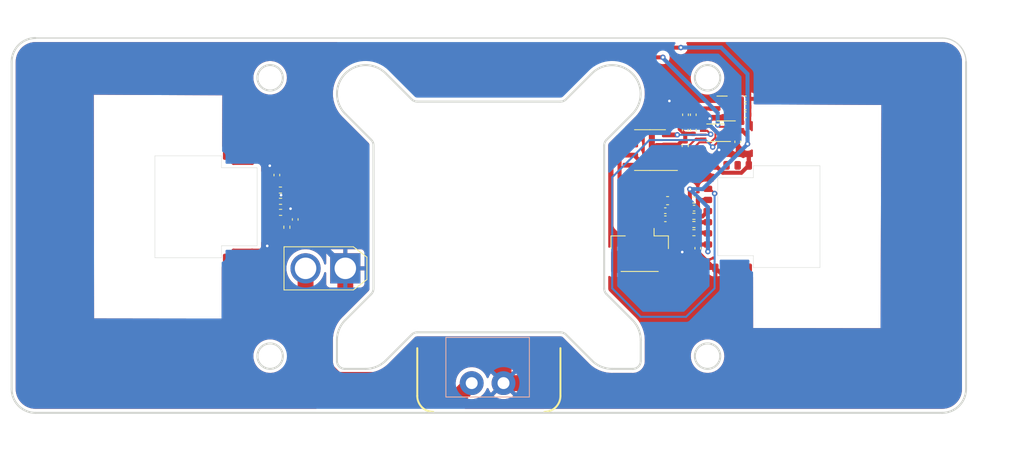
<source format=kicad_pcb>
(kicad_pcb (version 20211014) (generator pcbnew)
  (layers (0 "F.Cu" signal) (31 "B.Cu" signal) (34 "B.Paste" user) (35 "F.Paste" user) (36 "B.SilkS" user "B.Silkscreen") (37 "F.SilkS" user "F.Silkscreen") (38 "B.Mask" user) (39 "F.Mask" user) (44 "Edge.Cuts" user))
  (net 0 "")
  (net 1 "GND")
  (net 2 "+1V8")
  (net 3 "Net-(C2-Pad1)")
  (net 4 "CANFD_L")
  (net 5 "Net-(C7-Pad1)")
  (net 6 "+24V")
  (net 7 "CANFD_H")
  (net 8 "+5V")
  (net 9 "Net-(C17-Pad1)")
  (net 10 "Net-(R1-Pad2)")
  (net 11 "Net-(R2-Pad1)")
  (net 12 "Net-(R4-Pad1)")
  (net 13 "Net-(R6-Pad2)")
  (net 14 "Net-(R7-Pad1)")
  (net 15 "Net-(R8-Pad2)")
  (net 16 "Net-(R12-Pad1)")
  (net 19 "RX_1V8")
  (net 22 "CANFD_TX")
  (net 23 "CANFD_RX")
  (net 28 "TX_1V8")
  (footprint "Capacitor_SMD:C_0402_1005Metric" (layer "F.Cu") (at 127.32 42.75 90)
    (fp_text reference "C23" hide)
    (fp_text value "10uf/50V/0402" hide)
    (fp_line (start -0.107836 0.36) (end 0.107836 0.36) (layer "F.SilkS") (width 0.12))
    (fp_line (start -0.107836 -0.36) (end 0.107836 -0.36) (layer "F.SilkS") (width 0.12))
    (pad "1" smd roundrect (at -0.48 0 90) (size 0.56 0.62) (layers "F.Cu" "F.Paste" "F.Mask") (net 8 "+5V"))
    (pad "2" smd roundrect (at 0.48 0 90) (size 0.56 0.62) (layers "F.Cu" "F.Paste" "F.Mask") (net 1 "GND"))
  )
  (footprint "Resistor_SMD:R_0402_1005Metric" (layer "F.Cu") (at 126.31 44.69 90)
    (fp_text reference "R12" hide)
    (fp_text value "1k/0402" hide)
    (fp_line (start -0.153641 0.38) (end 0.153641 0.38) (layer "F.SilkS") (width 0.12))
    (fp_line (start -0.153641 -0.38) (end 0.153641 -0.38) (layer "F.SilkS") (width 0.12))
    (pad "1" smd roundrect (at -0.51 0 90) (size 0.54 0.64) (layers "F.Cu" "F.Paste" "F.Mask") (net 16 "Net-(R12-Pad1)"))
    (pad "2" smd roundrect (at 0.51 0 90) (size 0.54 0.64) (layers "F.Cu" "F.Paste" "F.Mask") (net 8 "+5V"))
  )
  (footprint "Resistor_SMD:R_0402_1005Metric" (layer "F.Cu") (at 76.22 54.97 -90)
    (fp_text reference "R3" hide)
    (fp_text value "1k/0402" hide)
    (fp_line (start -0.153641 -0.38) (end 0.153641 -0.38) (layer "F.SilkS") (width 0.12))
    (fp_line (start -0.153641 0.38) (end 0.153641 0.38) (layer "F.SilkS") (width 0.12))
    (pad "1" smd roundrect (at -0.51 0 270) (size 0.54 0.64) (layers "F.Cu" "F.Paste" "F.Mask") (net 3 "Net-(C2-Pad1)"))
    (pad "2" smd roundrect (at 0.51 0 270) (size 0.54 0.64) (layers "F.Cu" "F.Paste" "F.Mask") (net 2 "+1V8"))
  )
  (footprint "Package_SO:SOIC-8_3.9x4.9mm_P1.27mm" (layer "F.Cu") (at 121.88 45.27 180)
    (fp_text reference "U2" hide)
    (fp_text value "TJA1042T" hide)
    (fp_line (start 0 2.56) (end -1.95 2.56) (layer "F.SilkS") (width 0.12))
    (fp_line (start 0 -2.56) (end 1.95 -2.56) (layer "F.SilkS") (width 0.12))
    (fp_line (start 0 2.56) (end 1.95 2.56) (layer "F.SilkS") (width 0.12))
    (fp_line (start 0 -2.56) (end -3.45 -2.56) (layer "F.SilkS") (width 0.12))
    (pad "1" smd roundrect (at -2.475 -1.905 180) (size 1.95 0.6) (layers "F.Cu" "F.Paste" "F.Mask") (net 22 "CANFD_TX"))
    (pad "2" smd roundrect (at -2.475 -0.635 180) (size 1.95 0.6) (layers "F.Cu" "F.Paste" "F.Mask") (net 1 "GND"))
    (pad "3" smd roundrect (at -2.475 0.635 180) (size 1.95 0.6) (layers "F.Cu" "F.Paste" "F.Mask") (net 8 "+5V"))
    (pad "4" smd roundrect (at -2.475 1.905 180) (size 1.95 0.6) (layers "F.Cu" "F.Paste" "F.Mask") (net 23 "CANFD_RX"))
    (pad "5" smd roundrect (at 2.475 1.905 180) (size 1.95 0.6) (layers "F.Cu" "F.Paste" "F.Mask"))
    (pad "6" smd roundrect (at 2.475 0.635 180) (size 1.95 0.6) (layers "F.Cu" "F.Paste" "F.Mask") (net 4 "CANFD_L"))
    (pad "7" smd roundrect (at 2.475 -0.635 180) (size 1.95 0.6) (layers "F.Cu" "F.Paste" "F.Mask") (net 7 "CANFD_H"))
    (pad "8" smd roundrect (at 2.475 -1.905 180) (size 1.95 0.6) (layers "F.Cu" "F.Paste" "F.Mask"))
  )
  (footprint "Resistor_SMD:R_0402_1005Metric" (layer "F.Cu") (at 75.43 53.1)
    (fp_text reference "R2" hide)
    (fp_text value "1k/0402" hide)
    (fp_line (start -0.153641 -0.38) (end 0.153641 -0.38) (layer "F.SilkS") (width 0.12))
    (fp_line (start -0.153641 0.38) (end 0.153641 0.38) (layer "F.SilkS") (width 0.12))
    (pad "1" smd roundrect (at -0.51 0) (size 0.54 0.64) (layers "F.Cu" "F.Paste" "F.Mask") (net 11 "Net-(R2-Pad1)"))
    (pad "2" smd roundrect (at 0.51 0) (size 0.54 0.64) (layers "F.Cu" "F.Paste" "F.Mask") (net 1 "GND"))
  )
  (footprint "Capacitor_SMD:C_0402_1005Metric" (layer "F.Cu") (at 127.32 40.83 -90)
    (fp_text reference "C14" hide)
    (fp_text value "10uf/50V/0402" hide)
    (fp_line (start -0.107836 0.36) (end 0.107836 0.36) (layer "F.SilkS") (width 0.12))
    (fp_line (start -0.107836 -0.36) (end 0.107836 -0.36) (layer "F.SilkS") (width 0.12))
    (pad "1" smd roundrect (at -0.48 0 270) (size 0.56 0.62) (layers "F.Cu" "F.Paste" "F.Mask") (net 8 "+5V"))
    (pad "2" smd roundrect (at 0.48 0 270) (size 0.56 0.62) (layers "F.Cu" "F.Paste" "F.Mask") (net 1 "GND"))
  )
  (footprint "Resistor_SMD:R_0402_1005Metric" (layer "F.Cu") (at 127.4 51.54 180)
    (fp_text reference "R9" hide)
    (fp_text value "1k/0402" hide)
    (fp_line (start -0.153641 -0.38) (end 0.153641 -0.38) (layer "F.SilkS") (width 0.12))
    (fp_line (start -0.153641 0.38) (end 0.153641 0.38) (layer "F.SilkS") (width 0.12))
    (pad "1" smd roundrect (at -0.51 0 180) (size 0.54 0.64) (layers "F.Cu" "F.Paste" "F.Mask") (net 5 "Net-(C7-Pad1)"))
    (pad "2" smd roundrect (at 0.51 0 180) (size 0.54 0.64) (layers "F.Cu" "F.Paste" "F.Mask") (net 2 "+1V8"))
  )
  (footprint "Capacitor_SMD:C_0402_1005Metric" (layer "F.Cu") (at 127.42 52.57 180)
    (fp_text reference "C7" hide)
    (fp_text value "10uf/50V/0402" hide)
    (fp_line (start -0.107836 0.36) (end 0.107836 0.36) (layer "F.SilkS") (width 0.12))
    (fp_line (start -0.107836 -0.36) (end 0.107836 -0.36) (layer "F.SilkS") (width 0.12))
    (pad "1" smd roundrect (at -0.48 0 180) (size 0.56 0.62) (layers "F.Cu" "F.Paste" "F.Mask") (net 5 "Net-(C7-Pad1)"))
    (pad "2" smd roundrect (at 0.48 0 180) (size 0.56 0.62) (layers "F.Cu" "F.Paste" "F.Mask") (net 1 "GND"))
  )
  (footprint "Inductor_SMD:L_0402_1005Metric" (layer "F.Cu") (at 133.43 42.3 -90)
    (fp_text reference "L2" hide)
    (fp_text value "LQW15AN1N3D10D" hide)
    (pad "1" smd roundrect (at -0.485 0 270) (size 0.59 0.64) (layers "F.Cu" "F.Paste" "F.Mask") (net 9 "Net-(C17-Pad1)"))
    (pad "2" smd roundrect (at 0.485 0 270) (size 0.59 0.64) (layers "F.Cu" "F.Paste" "F.Mask") (net 2 "+1V8"))
  )
  (footprint "Capacitor_SMD:C_0402_1005Metric" (layer "F.Cu") (at 126.34 40.83 -90)
    (fp_text reference "C15" hide)
    (fp_text value "100nF/50V/0402" hide)
    (fp_line (start -0.107836 0.36) (end 0.107836 0.36) (layer "F.SilkS") (width 0.12))
    (fp_line (start -0.107836 -0.36) (end 0.107836 -0.36) (layer "F.SilkS") (width 0.12))
    (pad "1" smd roundrect (at -0.48 0 270) (size 0.56 0.62) (layers "F.Cu" "F.Paste" "F.Mask") (net 8 "+5V"))
    (pad "2" smd roundrect (at 0.48 0 270) (size 0.56 0.62) (layers "F.Cu" "F.Paste" "F.Mask") (net 1 "GND"))
  )
  (footprint "Rolling_Custom:SKA2P1" (layer "F.Cu") (at 136.25 53.64 90)
    (fp_text reference "U3" hide)
    (fp_text value "SKA2P1_RX" hide)
    (fp_line (start -4.9 -1.37) (end -6.4 -1.37) (layer "Edge.Cuts") (width 0.05))
    (fp_line (start -4.9 -5.85) (end 4.9 -5.85) (layer "Edge.Cuts") (width 0.05))
    (fp_line (start 6.4 -1.37) (end 6.4 7) (layer "Edge.Cuts") (width 0.05))
    (fp_line (start -6.4 -1.37) (end -6.4 7) (layer "Edge.Cuts") (width 0.05))
    (fp_line (start 4.9 -1.37) (end 6.4 -1.37) (layer "Edge.Cuts") (width 0.05))
    (fp_line (start -6.4 7) (end 6.4 7) (layer "Edge.Cuts") (width 0.05))
    (fp_line (start 4.9 -5.85) (end 4.9 -1.37) (layer "Edge.Cuts") (width 0.05))
    (fp_line (start -4.9 -5.85) (end -4.9 -1.37) (layer "Edge.Cuts") (width 0.05))
    (pad "1" smd roundrect (at 6.45 -1.95 90) (size 1.1 0.8) (layers "F.Cu" "F.Paste" "F.Mask") (net 1 "GND"))
    (pad "2" smd roundrect (at 6.45 -3.35 90) (size 1.1 0.8) (layers "F.Cu" "F.Paste" "F.Mask"))
    (pad "3" smd roundrect (at 6.45 -4.75 90) (size 1.1 0.8) (layers "F.Cu" "F.Paste" "F.Mask"))
    (pad "4" smd roundrect (at 6.45 -6.15 90) (size 1.1 0.8) (layers "F.Cu" "F.Paste" "F.Mask") (net 1 "GND"))
    (pad "5" smd roundrect (at 3.5 -7.1 180) (size 1.1 0.8) (layers "F.Cu" "F.Paste" "F.Mask") (net 28 "TX_1V8"))
    (pad "6" smd roundrect (at 2.1 -7.1 180) (size 1.1 0.8) (layers "F.Cu" "F.Paste" "F.Mask") (net 5 "Net-(C7-Pad1)"))
    (pad "7" smd roundrect (at 0.7 -7.1 180) (size 1.1 0.8) (layers "F.Cu" "F.Paste" "F.Mask") (net 14 "Net-(R7-Pad1)"))
    (pad "8" smd roundrect (at -0.7 -7.1 180) (size 1.1 0.8) (layers "F.Cu" "F.Paste" "F.Mask") (net 15 "Net-(R8-Pad2)"))
    (pad "9" smd roundrect (at -2.1 -7.1 180) (size 1.1 0.8) (layers "F.Cu" "F.Paste" "F.Mask") (net 13 "Net-(R6-Pad2)"))
    (pad "10" smd roundrect (at -3.5 -7.1 180) (size 1.1 0.8) (layers "F.Cu" "F.Paste" "F.Mask") (net 2 "+1V8"))
    (pad "11" smd roundrect (at -6.45 -6.15 90) (size 1.1 0.8) (layers "F.Cu" "F.Paste" "F.Mask") (net 1 "GND"))
    (pad "12" smd roundrect (at -6.45 -4.75 90) (size 1.1 0.8) (layers "F.Cu" "F.Paste" "F.Mask"))
    (pad "13" smd roundrect (at -6.45 -3.35 90) (size 1.1 0.8) (layers "F.Cu" "F.Paste" "F.Mask"))
    (pad "14" smd roundrect (at -6.45 -1.95 90) (size 1.1 0.8) (layers "F.Cu" "F.Paste" "F.Mask") (net 1 "GND"))
  )
  (footprint "Capacitor_SMD:C_0402_1005Metric" (layer "F.Cu") (at 132.91 44.23 -90)
    (fp_text reference "C13" hide)
    (fp_text value "100nF/50V/0402" hide)
    (fp_line (start -0.107836 -0.36) (end 0.107836 -0.36) (layer "F.SilkS") (width 0.12))
    (fp_line (start -0.107836 0.36) (end 0.107836 0.36) (layer "F.SilkS") (width 0.12))
    (pad "1" smd roundrect (at -0.48 0 270) (size 0.56 0.62) (layers "F.Cu" "F.Paste" "F.Mask") (net 2 "+1V8"))
    (pad "2" smd roundrect (at 0.48 0 270) (size 0.56 0.62) (layers "F.Cu" "F.Paste" "F.Mask") (net 1 "GND"))
  )
  (footprint "Rolling_Custom:SKA2P1" (layer "F.Cu") (at 66.63 52.4 -90)
    (fp_text reference "U1" hide)
    (fp_text value "SKA2P1_TX" hide)
    (fp_line (start -4.9 -5.85) (end -4.9 -1.37) (layer "Edge.Cuts") (width 0.05))
    (fp_line (start -4.9 -5.85) (end 4.9 -5.85) (layer "Edge.Cuts") (width 0.05))
    (fp_line (start 4.9 -1.37) (end 6.4 -1.37) (layer "Edge.Cuts") (width 0.05))
    (fp_line (start -4.9 -1.37) (end -6.4 -1.37) (layer "Edge.Cuts") (width 0.05))
    (fp_line (start 6.4 -1.37) (end 6.4 7) (layer "Edge.Cuts") (width 0.05))
    (fp_line (start 4.9 -5.85) (end 4.9 -1.37) (layer "Edge.Cuts") (width 0.05))
    (fp_line (start -6.4 7) (end 6.4 7) (layer "Edge.Cuts") (width 0.05))
    (fp_line (start -6.4 -1.37) (end -6.4 7) (layer "Edge.Cuts") (width 0.05))
    (pad "1" smd roundrect (at 6.45 -1.95 270) (size 1.1 0.8) (layers "F.Cu" "F.Paste" "F.Mask") (net 1 "GND"))
    (pad "2" smd roundrect (at 6.45 -3.35 270) (size 1.1 0.8) (layers "F.Cu" "F.Paste" "F.Mask"))
    (pad "3" smd roundrect (at 6.45 -4.75 270) (size 1.1 0.8) (layers "F.Cu" "F.Paste" "F.Mask"))
    (pad "4" smd roundrect (at 6.45 -6.15 270) (size 1.1 0.8) (layers "F.Cu" "F.Paste" "F.Mask") (net 1 "GND"))
    (pad "5" smd roundrect (at 3.5 -7.1) (size 1.1 0.8) (layers "F.Cu" "F.Paste" "F.Mask") (net 19 "RX_1V8"))
    (pad "6" smd roundrect (at 2.1 -7.1) (size 1.1 0.8) (layers "F.Cu" "F.Paste" "F.Mask") (net 3 "Net-(C2-Pad1)"))
    (pad "7" smd roundrect (at 0.7 -7.1) (size 1.1 0.8) (layers "F.Cu" "F.Paste" "F.Mask") (net 11 "Net-(R2-Pad1)"))
    (pad "8" smd roundrect (at -0.7 -7.1) (size 1.1 0.8) (layers "F.Cu" "F.Paste" "F.Mask") (net 12 "Net-(R4-Pad1)"))
    (pad "9" smd roundrect (at -2.1 -7.1) (size 1.1 0.8) (layers "F.Cu" "F.Paste" "F.Mask") (net 10 "Net-(R1-Pad2)"))
    (pad "10" smd roundrect (at -3.5 -7.1) (size 1.1 0.8) (layers "F.Cu" "F.Paste" "F.Mask") (net 2 "+1V8"))
    (pad "11" smd roundrect (at -6.45 -6.15 270) (size 1.1 0.8) (layers "F.Cu" "F.Paste" "F.Mask") (net 1 "GND"))
    (pad "12" smd roundrect (at -6.45 -4.75 270) (size 1.1 0.8) (layers "F.Cu" "F.Paste" "F.Mask"))
    (pad "13" smd roundrect (at -6.45 -3.35 270) (size 1.1 0.8) (layers "F.Cu" "F.Paste" "F.Mask"))
    (pad "14" smd roundrect (at -6.45 -1.95 270) (size 1.1 0.8) (layers "F.Cu" "F.Paste" "F.Mask") (net 1 "GND"))
  )
  (footprint "Resistor_SMD:R_0402_1005Metric" (layer "F.Cu") (at 127.4 53.6 180)
    (fp_text reference "R7" hide)
    (fp_text value "1k/0402" hide)
    (fp_line (start -0.153641 -0.38) (end 0.153641 -0.38) (layer "F.SilkS") (width 0.12))
    (fp_line (start -0.153641 0.38) (end 0.153641 0.38) (layer "F.SilkS") (width 0.12))
    (pad "1" smd roundrect (at -0.51 0 180) (size 0.54 0.64) (layers "F.Cu" "F.Paste" "F.Mask") (net 14 "Net-(R7-Pad1)"))
    (pad "2" smd roundrect (at 0.51 0 180) (size 0.54 0.64) (layers "F.Cu" "F.Paste" "F.Mask") (net 1 "GND"))
  )
  (footprint "Capacitor_SMD:C_0402_1005Metric" (layer "F.Cu") (at 133.87 38.83)
    (fp_text reference "C17" hide)
    (fp_text value "10uf/50V/0402" hide)
    (fp_line (start -0.107836 -0.36) (end 0.107836 -0.36) (layer "F.SilkS") (width 0.12))
    (fp_line (start -0.107836 0.36) (end 0.107836 0.36) (layer "F.SilkS") (width 0.12))
    (pad "1" smd roundrect (at -0.48 0) (size 0.56 0.62) (layers "F.Cu" "F.Paste" "F.Mask") (net 9 "Net-(C17-Pad1)"))
    (pad "2" smd roundrect (at 0.48 0) (size 0.56 0.62) (layers "F.Cu" "F.Paste" "F.Mask") (net 1 "GND"))
  )
  (footprint "Capacitor_SMD:C_0402_1005Metric" (layer "F.Cu") (at 133.87 39.83)
    (fp_text reference "C18" hide)
    (fp_text value "100nF/50V/0402" hide)
    (fp_line (start -0.107836 -0.36) (end 0.107836 -0.36) (layer "F.SilkS") (width 0.12))
    (fp_line (start -0.107836 0.36) (end 0.107836 0.36) (layer "F.SilkS") (width 0.12))
    (pad "1" smd roundrect (at -0.48 0) (size 0.56 0.62) (layers "F.Cu" "F.Paste" "F.Mask") (net 9 "Net-(C17-Pad1)"))
    (pad "2" smd roundrect (at 0.48 0) (size 0.56 0.62) (layers "F.Cu" "F.Paste" "F.Mask") (net 1 "GND"))
  )
  (footprint "Capacitor_SMD:C_0402_1005Metric" (layer "F.Cu") (at 127.89 57.61 -90)
    (fp_text reference "C3" hide)
    (fp_text value "100nF/50V/0402" hide)
    (fp_line (start -0.107836 -0.36) (end 0.107836 -0.36) (layer "F.SilkS") (width 0.12))
    (fp_line (start -0.107836 0.36) (end 0.107836 0.36) (layer "F.SilkS") (width 0.12))
    (pad "1" smd roundrect (at -0.48 0 270) (size 0.56 0.62) (layers "F.Cu" "F.Paste" "F.Mask") (net 2 "+1V8"))
    (pad "2" smd roundrect (at 0.48 0 270) (size 0.56 0.62) (layers "F.Cu" "F.Paste" "F.Mask") (net 1 "GND"))
  )
  (footprint "Resistor_SMD:R_0402_1005Metric" (layer "F.Cu") (at 75.41 50.3 180)
    (fp_text reference "R1" hide)
    (fp_text value "1k/0402" hide)
    (fp_line (start -0.153641 -0.38) (end 0.153641 -0.38) (layer "F.SilkS") (width 0.12))
    (fp_line (start -0.153641 0.38) (end 0.153641 0.38) (layer "F.SilkS") (width 0.12))
    (pad "1" smd roundrect (at -0.51 0 180) (size 0.54 0.64) (layers "F.Cu" "F.Paste" "F.Mask") (net 1 "GND"))
    (pad "2" smd roundrect (at 0.51 0 180) (size 0.54 0.64) (layers "F.Cu" "F.Paste" "F.Mask") (net 10 "Net-(R1-Pad2)"))
  )
  (footprint "Connector_JST:JST_GH_BM03B-GHS-TBT_1x03-1MP_P1.25mm_Vertical" (layer "F.Cu") (at 120.58 57.92 180)
    (fp_text reference "J3" hide)
    (fp_text value "CANFD_In" hide)
    (fp_line (start -1.81 1.86) (end -1.81 2.8) (layer "F.SilkS") (width 0.12))
    (fp_line (start -3.61 0.26) (end -3.61 1.86) (layer "F.SilkS") (width 0.12))
    (fp_line (start 3.61 0.26) (end 3.61 1.86) (layer "F.SilkS") (width 0.12))
    (fp_line (start 3.61 1.86) (end 1.81 1.86) (layer "F.SilkS") (width 0.12))
    (fp_line (start -3.61 1.86) (end -1.81 1.86) (layer "F.SilkS") (width 0.12))
    (fp_line (start -2.34 -2.61) (end 2.34 -2.61) (layer "F.SilkS") (width 0.12))
    (pad "1" smd roundrect locked (at -1.25 1.95 180) (size 0.6 1.7) (layers "F.Cu" "F.Paste" "F.Mask") (net 8 "+5V"))
    (pad "2" smd roundrect locked (at 0 1.95 180) (size 0.6 1.7) (layers "F.Cu" "F.Paste" "F.Mask") (net 7 "CANFD_H"))
    (pad "3" smd roundrect locked (at 1.25 1.95 180) (size 0.6 1.7) (layers "F.Cu" "F.Paste" "F.Mask") (net 4 "CANFD_L"))
    (pad "MP" smd roundrect locked (at 3.1 -1.4 180) (size 1 2.8) (layers "F.Cu" "F.Paste" "F.Mask") (net 1 "GND"))
    (pad "MP" smd roundrect locked (at -3.1 -1.4 180) (size 1 2.8) (layers "F.Cu" "F.Paste" "F.Mask") (net 1 "GND"))
  )
  (footprint "Capacitor_SMD:C_0603_1608Metric" (layer "F.Cu") (at 124.09 51.63)
    (fp_text reference "C8" hide)
    (fp_text value "47uf/50V/0603" hide)
    (fp_line (start -0.14058 -0.51) (end 0.14058 -0.51) (layer "F.SilkS") (width 0.12))
    (fp_line (start -0.14058 0.51) (end 0.14058 0.51) (layer "F.SilkS") (width 0.12))
    (pad "1" smd roundrect (at -0.775 0) (size 0.9 0.95) (layers "F.Cu" "F.Paste" "F.Mask") (net 8 "+5V"))
    (pad "2" smd roundrect (at 0.775 0) (size 0.9 0.95) (layers "F.Cu" "F.Paste" "F.Mask") (net 1 "GND"))
  )
  (footprint "Capacitor_SMD:C_0402_1005Metric" (layer "F.Cu") (at 123.8 52.89)
    (fp_text reference "C5" hide)
    (fp_text value "100nF/50V/0402" hide)
    (fp_line (start -0.107836 0.36) (end 0.107836 0.36) (layer "F.SilkS") (width 0.12))
    (fp_line (start -0.107836 -0.36) (end 0.107836 -0.36) (layer "F.SilkS") (width 0.12))
    (pad "1" smd roundrect (at -0.48 0) (size 0.56 0.62) (layers "F.Cu" "F.Paste" "F.Mask") (net 8 "+5V"))
    (pad "2" smd roundrect (at 0.48 0) (size 0.56 0.62) (layers "F.Cu" "F.Paste" "F.Mask") (net 1 "GND"))
  )
  (footprint "Resistor_SMD:R_0402_1005Metric" (layer "F.Cu") (at 127.4 55.66)
    (fp_text reference "R6" hide)
    (fp_text value "1k/0402" hide)
    (fp_line (start -0.153641 -0.38) (end 0.153641 -0.38) (layer "F.SilkS") (width 0.12))
    (fp_line (start -0.153641 0.38) (end 0.153641 0.38) (layer "F.SilkS") (width 0.12))
    (pad "1" smd roundrect (at -0.51 0) (size 0.54 0.64) (layers "F.Cu" "F.Paste" "F.Mask") (net 1 "GND"))
    (pad "2" smd roundrect (at 0.51 0) (size 0.54 0.64) (layers "F.Cu" "F.Paste" "F.Mask") (net 13 "Net-(R6-Pad2)"))
  )
  (footprint "Package_TO_SOT_SMD:SOT-23" (layer "F.Cu") (at 130.94 40.04 180)
    (fp_text reference "U5" hide)
    (fp_text value "XC6206P182MR" hide)
    (fp_line (start 0 1.56) (end 0.65 1.56) (layer "F.SilkS") (width 0.12))
    (fp_line (start 0 -1.56) (end -1.675 -1.56) (layer "F.SilkS") (width 0.12))
    (fp_line (start 0 1.56) (end -0.65 1.56) (layer "F.SilkS") (width 0.12))
    (fp_line (start 0 -1.56) (end 0.65 -1.56) (layer "F.SilkS") (width 0.12))
    (pad "1" smd roundrect (at -0.9375 -0.95 180) (size 1.475 0.6) (layers "F.Cu" "F.Paste" "F.Mask") (net 1 "GND"))
    (pad "2" smd roundrect (at -0.9375 0.95 180) (size 1.475 0.6) (layers "F.Cu" "F.Paste" "F.Mask") (net 9 "Net-(C17-Pad1)"))
    (pad "3" smd roundrect (at 0.9375 0 180) (size 1.475 0.6) (layers "F.Cu" "F.Paste" "F.Mask") (net 8 "+5V"))
  )
  (footprint "Connector_AMASS:AMASS_XT30U-M_1x02_P5.0mm_Vertical" (layer "F.Cu") (at 83.57 60.14 180)
    (fp_text reference "J2" hide)
    (fp_text value "PowerIn" hide)
    (fp_line (start -1.01 2.71) (end 7.71 2.71) (layer "F.SilkS") (width 0.12))
    (fp_line (start 7.71 -2.71) (end 7.71 2.71) (layer "F.SilkS") (width 0.12))
    (fp_line (start -1.01 -2.71) (end 7.71 -2.71) (layer "F.SilkS") (width 0.12))
    (fp_line (start -2.71 -1.41) (end -2.71 1.41) (layer "F.SilkS") (width 0.12))
    (fp_line (start -2.71 -1.41) (end -1.01 -2.71) (layer "F.SilkS") (width 0.12))
    (fp_line (start -2.71 1.41) (end -1.01 2.71) (layer "F.SilkS") (width 0.12))
    (pad "1" thru_hole rect (at 0 0 180) (size 3.8 3.8) (drill 2.7) (layers *.Cu *.Mask) (net 1 "GND"))
    (pad "2" thru_hole circle (at 5 0 180) (size 3.8 3.8) (drill 2.7) (layers *.Cu *.Mask) (net 6 "+24V"))
  )
  (footprint "Capacitor_SMD:C_0402_1005Metric" (layer "F.Cu") (at 133.87 40.83)
    (fp_text reference "C19" hide)
    (fp_text value "22uF/6.3V/0402" hide)
    (fp_line (start -0.107836 0.36) (end 0.107836 0.36) (layer "F.SilkS") (width 0.12))
    (fp_line (start -0.107836 -0.36) (end 0.107836 -0.36) (layer "F.SilkS") (width 0.12))
    (pad "1" smd roundrect (at -0.48 0) (size 0.56 0.62) (layers "F.Cu" "F.Paste" "F.Mask") (net 9 "Net-(C17-Pad1)"))
    (pad "2" smd roundrect (at 0.48 0) (size 0.56 0.62) (layers "F.Cu" "F.Paste" "F.Mask") (net 1 "GND"))
  )
  (footprint "Capacitor_SMD:C_0402_1005Metric" (layer "F.Cu") (at 123.81 53.91)
    (fp_text reference "C4" hide)
    (fp_text value "10uf/50V/0402" hide)
    (fp_line (start -0.107836 0.36) (end 0.107836 0.36) (layer "F.SilkS") (width 0.12))
    (fp_line (start -0.107836 -0.36) (end 0.107836 -0.36) (layer "F.SilkS") (width 0.12))
    (pad "1" smd roundrect (at -0.48 0) (size 0.56 0.62) (layers "F.Cu" "F.Paste" "F.Mask") (net 8 "+5V"))
    (pad "2" smd roundrect (at 0.48 0) (size 0.56 0.62) (layers "F.Cu" "F.Paste" "F.Mask") (net 1 "GND"))
  )
  (footprint "Resistor_SMD:R_0402_1005Metric" (layer "F.Cu") (at 75.42 51.71)
    (fp_text reference "R4" hide)
    (fp_text value "1k/0402" hide)
    (fp_line (start -0.153641 -0.38) (end 0.153641 -0.38) (layer "F.SilkS") (width 0.12))
    (fp_line (start -0.153641 0.38) (end 0.153641 0.38) (layer "F.SilkS") (width 0.12))
    (pad "1" smd roundrect (at -0.51 0) (size 0.54 0.64) (layers "F.Cu" "F.Paste" "F.Mask") (net 12 "Net-(R4-Pad1)"))
    (pad "2" smd roundrect (at 0.51 0) (size 0.54 0.64) (layers "F.Cu" "F.Paste" "F.Mask") (net 2 "+1V8"))
  )
  (footprint "Resistor_SMD:R_0402_1005Metric" (layer "F.Cu") (at 127.4 54.63)
    (fp_text reference "R8" hide)
    (fp_text value "1k/0402" hide)
    (fp_line (start -0.153641 0.38) (end 0.153641 0.38) (layer "F.SilkS") (width 0.12))
    (fp_line (start -0.153641 -0.38) (end 0.153641 -0.38) (layer "F.SilkS") (width 0.12))
    (pad "1" smd roundrect (at -0.51 0) (size 0.54 0.64) (layers "F.Cu" "F.Paste" "F.Mask") (net 1 "GND"))
    (pad "2" smd roundrect (at 0.51 0) (size 0.54 0.64) (layers "F.Cu" "F.Paste" "F.Mask") (net 15 "Net-(R8-Pad2)"))
  )
  (footprint "Capacitor_SMD:C_0402_1005Metric" (layer "F.Cu") (at 74.96 48.41 90)
    (fp_text reference "C1" hide)
    (fp_text value "100nF/50V/0402" hide)
    (fp_line (start -0.107836 0.36) (end 0.107836 0.36) (layer "F.SilkS") (width 0.12))
    (fp_line (start -0.107836 -0.36) (end 0.107836 -0.36) (layer "F.SilkS") (width 0.12))
    (pad "1" smd roundrect (at -0.48 0 90) (size 0.56 0.62) (layers "F.Cu" "F.Paste" "F.Mask") (net 2 "+1V8"))
    (pad "2" smd roundrect (at 0.48 0 90) (size 0.56 0.62) (layers "F.Cu" "F.Paste" "F.Mask") (net 1 "GND"))
  )
  (footprint "Capacitor_SMD:C_0402_1005Metric" (layer "F.Cu") (at 126.31 42.76 90)
    (fp_text reference "C21" hide)
    (fp_text value "100nF/50V/0402" hide)
    (fp_line (start -0.107836 0.36) (end 0.107836 0.36) (layer "F.SilkS") (width 0.12))
    (fp_line (start -0.107836 -0.36) (end 0.107836 -0.36) (layer "F.SilkS") (width 0.12))
    (pad "1" smd roundrect (at -0.48 0 90) (size 0.56 0.62) (layers "F.Cu" "F.Paste" "F.Mask") (net 8 "+5V"))
    (pad "2" smd roundrect (at 0.48 0 90) (size 0.56 0.62) (layers "F.Cu" "F.Paste" "F.Mask") (net 1 "GND"))
  )
  (footprint "Capacitor_SMD:C_0402_1005Metric" (layer "F.Cu") (at 77.27 53.99 90)
    (fp_text reference "C2" hide)
    (fp_text value "10uf/50V/0402" hide)
    (fp_line (start -0.107836 0.36) (end 0.107836 0.36) (layer "F.SilkS") (width 0.12))
    (fp_line (start -0.107836 -0.36) (end 0.107836 -0.36) (layer "F.SilkS") (width 0.12))
    (pad "1" smd roundrect (at -0.48 0 90) (size 0.56 0.62) (layers "F.Cu" "F.Paste" "F.Mask") (net 3 "Net-(C2-Pad1)"))
    (pad "2" smd roundrect (at 0.48 0 90) (size 0.56 0.62) (layers "F.Cu" "F.Paste" "F.Mask") (net 1 "GND"))
  )
  (footprint "Package_SO:VSSOP-8_2.3x2mm_P0.5mm" (layer "F.Cu") (at 130.11 43.09 180)
    (fp_text reference "U6" hide)
    (fp_text value "LSF0102DCUR" hide)
    (fp_line (start 1.1 1.1) (end -1.1 1.1) (layer "F.SilkS") (width 0.12))
    (fp_line (start 1.1 -1.1) (end -1.9 -1.1) (layer "F.SilkS") (width 0.12))
    (pad "1" smd rect (at -1.55 -0.75 90) (size 0.3 0.8) (layers "F.Cu" "F.Paste" "F.Mask") (net 1 "GND"))
    (pad "2" smd rect (at -1.55 -0.25 90) (size 0.3 0.8) (layers "F.Cu" "F.Paste" "F.Mask") (net 2 "+1V8"))
    (pad "3" smd rect (at -1.55 0.25 90) (size 0.3 0.8) (layers "F.Cu" "F.Paste" "F.Mask") (net 28 "TX_1V8"))
    (pad "4" smd rect (at -1.55 0.75 90) (size 0.3 0.8) (layers "F.Cu" "F.Paste" "F.Mask") (net 19 "RX_1V8"))
    (pad "5" smd rect (at 1.55 0.75 90) (size 0.3 0.8) (layers "F.Cu" "F.Paste" "F.Mask") (net 22 "CANFD_TX"))
    (pad "6" smd rect (at 1.55 0.25 90) (size 0.3 0.8) (layers "F.Cu" "F.Paste" "F.Mask") (net 23 "CANFD_RX"))
    (pad "7" smd rect (at 1.55 -0.25 90) (size 0.3 0.8) (layers "F.Cu" "F.Paste" "F.Mask") (net 8 "+5V"))
    (pad "8" smd rect (at 1.55 -0.75 90) (size 0.3 0.8) (layers "F.Cu" "F.Paste" "F.Mask") (net 16 "Net-(R12-Pad1)"))
  )
  (footprint "Rolling_Custom:POGOPIN-E21160-ASB-2PIN" (layer "B.Cu") (at 101.46 74.57 180)
    (fp_text reference "J1" hide)
    (fp_text value "PowerOut" hide)
    (fp_rect (start -5.25 -1.75) (end 5.25 5.75) (layer "B.SilkS") (width 0.12) (fill none))
    (pad "1" thru_hole circle (at 2 0 180) (size 3 3) (drill 1.5) (layers *.Cu *.Mask) (net 6 "+24V"))
    (pad "2" thru_hole circle (at -2 0 180) (size 3 3) (drill 1.5) (layers *.Cu *.Mask) (net 1 "GND"))
  )
  (gr_arc (start 110.615339 76.17997) (mid 110.029553 77.594184) (end 108.615339 78.17997) (layer "F.SilkS") (width 0.25))
  (gr_line (start 110.615339 70.17997) (end 110.615339 76.17997) (layer "F.SilkS") (width 0.25))
  (gr_line (start 92.615339 76.17997) (end 92.615339 70.17997) (layer "F.SilkS") (width 0.25))
  (gr_arc (start 94.615339 78.17997) (mid 93.201125 77.594184) (end 92.615339 76.17997) (layer "F.SilkS") (width 0.25))
  (gr_arc (start 119.660923 66.634386) (mid 120.441306 67.80231) (end 120.715339 69.17997) (layer "Edge.Cuts") (width 0.25))
  (gr_arc (start 158.615339 31.17997) (mid 160.736645 32.058662) (end 161.615339 34.17997) (layer "Edge.Cuts") (width 0.15))
  (gr_line (start 110.609956 68.17997) (end 92.620721 68.17997) (layer "Edge.Cuts") (width 0.25))
  (gr_circle (center 129.115339 36.17997) (end 130.715339 36.17997) (layer "Edge.Cuts") (width 0.25) (fill none))
  (gr_line (start 86.115339 72.77997) (end 83.515339 72.77997) (layer "Edge.Cuts") (width 0.25))
  (gr_line (start 44.615339 78.30997) (end 158.615339 78.30997) (layer "Edge.Cuts") (width 0.25))
  (gr_arc (start 161.615339 75.30997) (mid 160.736672 77.431324) (end 158.615339 78.30997) (layer "Edge.Cuts") (width 0.25))
  (gr_line (start 114.569754 71.725554) (end 111.317063 68.472863) (layer "Edge.Cuts") (width 0.25))
  (gr_arc (start 91.913614 68.472863) (mid 92.23804 68.256103) (end 92.620721 68.17997) (layer "Edge.Cuts") (width 0.25))
  (gr_arc (start 120.715339 71.77997) (mid 120.422459 72.48711) (end 119.715339 72.77997) (layer "Edge.Cuts") (width 0.25))
  (gr_line (start 119.715339 72.77997) (end 117.115339 72.77997) (layer "Edge.Cuts") (width 0.25))
  (gr_circle (center 74.115339 36.17997) (end 75.715339 36.17997) (layer "Edge.Cuts") (width 0.25) (fill none))
  (gr_arc (start 82.515339 69.17997) (mid 82.789385 67.802318) (end 83.569754 66.634386) (layer "Edge.Cuts") (width 0.25))
  (gr_line (start 111.317063 38.887077) (end 114.569754 35.634386) (layer "Edge.Cuts") (width 0.25))
  (gr_line (start 86.822445 43.978246) (end 83.569754 40.725554) (layer "Edge.Cuts") (width 0.25))
  (gr_line (start 116.115339 44.685352) (end 116.115339 62.674588) (layer "Edge.Cuts") (width 0.25))
  (gr_line (start 92.620721 39.17997) (end 110.609956 39.17997) (layer "Edge.Cuts") (width 0.25))
  (gr_arc (start 92.620721 39.17997) (mid 92.238035 39.103855) (end 91.913614 38.887077) (layer "Edge.Cuts") (width 0.25))
  (gr_arc (start 44.615339 78.30997) (mid 42.494004 77.431302) (end 41.615339 75.30997) (layer "Edge.Cuts") (width 0.25))
  (gr_arc (start 41.615339 34.17997) (mid 42.494032 32.058683) (end 44.615339 31.17997) (layer "Edge.Cuts") (width 0.25))
  (gr_arc (start 117.115339 72.77997) (mid 115.737672 72.505947) (end 114.569754 71.725554) (layer "Edge.Cuts") (width 0.25))
  (gr_line (start 82.515339 71.77997) (end 82.515339 69.17997) (layer "Edge.Cuts") (width 0.25))
  (gr_line (start 120.715339 69.17997) (end 120.715339 71.77997) (layer "Edge.Cuts") (width 0.25))
  (gr_arc (start 86.822445 43.978246) (mid 87.039225 44.302668) (end 87.115339 44.685352) (layer "Edge.Cuts") (width 0.25))
  (gr_arc (start 83.515339 72.77997) (mid 82.808218 72.487089) (end 82.515339 71.77997) (layer "Edge.Cuts") (width 0.25))
  (gr_arc (start 116.115339 44.685352) (mid 116.191477 44.302681) (end 116.408232 43.978246) (layer "Edge.Cuts") (width 0.25))
  (gr_arc (start 110.609956 68.17997) (mid 110.99265 68.256074) (end 111.317063 68.472863) (layer "Edge.Cuts") (width 0.25))
  (gr_line (start 119.660923 40.725554) (end 116.408232 43.978246) (layer "Edge.Cuts") (width 0.25))
  (gr_line (start 91.913614 68.472863) (end 88.660923 71.725554) (layer "Edge.Cuts") (width 0.25))
  (gr_line (start 88.660923 35.634386) (end 91.913614 38.887077) (layer "Edge.Cuts") (width 0.25))
  (gr_line (start 161.615339 75.30997) (end 161.615339 34.17997) (layer "Edge.Cuts") (width 0.25))
  (gr_circle (center 129.115339 71.17997) (end 130.715339 71.17997) (layer "Edge.Cuts") (width 0.25) (fill none))
  (gr_circle (center 74.115339 71.17997) (end 75.715339 71.17997) (layer "Edge.Cuts") (width 0.25) (fill none))
  (gr_arc (start 88.660923 71.725554) (mid 87.493003 72.505955) (end 86.115339 72.77997) (layer "Edge.Cuts") (width 0.25))
  (gr_line (start 41.615339 34.17997) (end 41.615339 75.30997) (layer "Edge.Cuts") (width 0.25))
  (gr_arc (start 116.408232 63.381694) (mid 116.191455 63.057272) (end 116.115339 62.674588) (layer "Edge.Cuts") (width 0.25))
  (gr_line (start 116.408232 63.381694) (end 119.660923 66.634386) (layer "Edge.Cuts") (width 0.25))
  (gr_line (start 83.569754 66.634386) (end 86.822445 63.381694) (layer "Edge.Cuts") (width 0.25))
  (gr_arc (start 114.569754 35.634386) (mid 119.660923 35.634385) (end 119.660923 40.725554) (layer "Edge.Cuts") (width 0.25))
  (gr_arc (start 111.317063 38.887077) (mid 110.992639 39.103842) (end 110.609956 39.17997) (layer "Edge.Cuts") (width 0.25))
  (gr_arc (start 83.569754 40.725554) (mid 83.569755 35.634385) (end 88.660923 35.634386) (layer "Edge.Cuts") (width 0.25))
  (gr_arc (start 87.115339 62.674588) (mid 87.039225 63.057276) (end 86.822445 63.381694) (layer "Edge.Cuts") (width 0.25))
  (gr_line (start 44.615339 31.17997) (end 158.615339 31.17997) (layer "Edge.Cuts") (width 0.15))
  (gr_line (start 87.115339 62.674588) (end 87.115339 44.685352) (layer "Edge.Cuts") (width 0.25))
  (segment (start 69.51052 46.88052) (end 71.84948 46.88052) (width 0.508) (layer "F.Cu") (net 1))
  (segment (start 121.27 74.57) (end 124.98 70.86) (width 2) (layer "F.Cu") (net 1))
  (segment (start 74.07 47.24) (end 72.78 45.95) (width 0.508) (layer "F.Cu") (net 1))
  (segment (start 96.75 71.44) (end 101.93 71.44) (width 2) (layer "F.Cu") (net 1))
  (segment (start 126.89 57.176126) (end 126.89 55.66) (width 0.508) (layer "F.Cu") (net 1))
  (segment (start 127.803874 58.09) (end 126.89 57.176126) (width 0.508) (layer "F.Cu") (net 1))
  (segment (start 117.48 59.32) (end 123.68 59.32) (width 0.762) (layer "F.Cu") (net 1))
  (segment (start 134.3 60.09) (end 133.36948 61.02052) (width 0.508) (layer "F.Cu") (net 1))
  (segment (start 131.03052 61.02052) (end 130.1 60.09) (width 0.508) (layer "F.Cu") (net 1))
  (segment (start 133.36948 61.02052) (end 131.03052 61.02052) (width 0.508) (layer "F.Cu") (net 1))
  (segment (start 124.355 45.905) (end 123.235 45.905) (width 0.508) (layer "F.Cu") (net 1))
  (segment (start 134.3 47.19) (end 134.3 46.1) (width 0.508) (layer "F.Cu") (net 1))
  (segment (start 130.1 47.19) (end 130.1 45.72) (width 0.508) (layer "F.Cu") (net 1))
  (segment (start 134.35 40.83) (end 134.35 38.83) (width 0.508) (layer "F.Cu") (net 1))
  (segment (start 130.1 60.09) (end 129.89 60.09) (width 0.508) (layer "F.Cu") (net 1))
  (segment (start 129.89 60.09) (end 127.89 58.09) (width 0.508) (layer "F.Cu") (net 1))
  (segment (start 77.27 53.51) (end 76.51 53.51) (width 0.508) (layer "F.Cu") (net 1))
  (segment (start 76.51 53.51) (end 76.51 52.81) (width 0.508) (layer "F.Cu") (net 1))
  (segment (start 124.865 52.305) (end 124.28 52.89) (width 0.762) (layer "F.Cu") (net 1))
  (segment (start 124.865 51.63) (end 124.865 52.305) (width 0.762) (layer "F.Cu") (net 1))
  (segment (start 134.35 38.743874) (end 133.745606 38.13948) (width 0.508) (layer "F.Cu") (net 1))
  (segment (start 76.51 53.51) (end 76.35 53.51) (width 0.508) (layer "F.Cu") (net 1))
  (segment (start 127.31 42.28) (end 127.32 42.27) (width 0.508) (layer "F.Cu") (net 1))
  (segment (start 133.36948 48.12052) (end 134.3 47.19) (width 0.508) (layer "F.Cu") (net 1))
  (segment (start 74.76 47.93) (end 74.07 47.24) (width 0.508) (layer "F.Cu") (net 1))
  (segment (start 75.046126 47.93) (end 74.96 47.93) (width 0.508) (layer "F.Cu") (net 1))
  (segment (start 103.46 74.57) (end 121.27 74.57) (width 2) (layer "F.Cu") (net 1))
  (segment (start 124.98 60.62) (end 123.68 59.32) (width 2) (layer "F.Cu") (net 1))
  (segment (start 126.94 52.57) (end 126.94 55.61) (width 0.508) (layer "F.Cu") (net 1))
  (segment (start 74.96 47.93) (end 74.76 47.93) (width 0.508) (layer "F.Cu") (net 1))
  (segment (start 123.235 45.905) (end 122.99 46.15) (width 0.508) (layer "F.Cu") (net 1))
  (segment (start 131.03052 48.12052) (end 133.36948 48.12052) (width 0.508) (layer "F.Cu") (net 1))
  (segment (start 68.58 58.85) (end 69.51052 57.91948) (width 0.508) (layer "F.Cu") (net 1))
  (segment (start 126.94 55.61) (end 126.89 55.66) (width 0.508) (layer "F.Cu") (net 1))
  (segment (start 124.91 58.09) (end 124.28 58.72) (width 0.508) (layer "F.Cu") (net 1))
  (segment (start 125.93 58.09) (end 124.91 58.09) (width 0.508) (layer "F.Cu") (net 1))
  (segment (start 83.57 60.14) (end 83.57 63.81) (width 2) (layer "F.Cu") (net 1))
  (segment (start 94.02 74.17) (end 96.75 71.44) (width 2) (layer "F.Cu") (net 1))
  (segment (start 124.28 52.89) (end 124.28 58.72) (width 0.762) (layer "F.Cu") (net 1))
  (segment (start 127.32 42.27) (end 127.32 41.31) (width 0.508) (layer "F.Cu") (net 1))
  (segment (start 80.48 66.9) (end 80.48 72.2) (width 2) (layer "F.Cu") (net 1))
  (segment (start 127.89 58.09) (end 127.803874 58.09) (width 0.508) (layer "F.Cu") (net 1))
  (segment (start 131.340252 38.13948) (end 130.389732 39.09) (width 0.508) (layer "F.Cu") (net 1))
  (segment (start 130.1 45.72) (end 130.57 45.25) (width 0.508) (layer "F.Cu") (net 1))
  (segment (start 71.84948 46.88052) (end 72.78 45.95) (width 0.508) (layer "F.Cu") (net 1))
  (segment (start 73.15052 57.91948) (end 73.75 57.32) (width 0.508) (layer "F.Cu") (net 1))
  (segment (start 71.84948 57.91948) (end 72.78 58.85) (width 0.508) (layer "F.Cu") (net 1))
  (segment (start 101.93 71.44) (end 103.46 72.97) (width 2) (layer "F.Cu") (net 1))
  (segment (start 131.5575 41.31) (end 131.8775 40.99) (width 0.508) (layer "F.Cu") (net 1))
  (segment (start 130.1 47.19) (end 131.03052 48.12052) (width 0.508) (layer "F.Cu") (net 1))
  (segment (start 80.48 72.2) (end 82.45 74.17) (width 2) (layer "F.Cu") (net 1))
  (segment (start 75.92 50.3) (end 75.92 50.51) (width 0.508) (layer "F.Cu") (net 1))
  (segment (start 71.84948 57.91948) (end 73.15052 57.91948) (width 0.508) (layer "F.Cu") (net 1))
  (segment (start 69.51052 57.91948) (end 71.84948 57.91948) (width 0.508) (layer "F.Cu") (net 1))
  (segment (start 134.3 46.1) (end 132.91 44.71) (width 0.508) (layer "F.Cu") (net 1))
  (segment (start 133.745606 38.13948) (end 131.340252 38.13948) (width 0.508) (layer "F.Cu") (net 1))
  (segment (start 82.45 74.17) (end 94.02 74.17) (width 2) (layer "F.Cu") (net 1))
  (segment (start 134.35 38.83) (end 134.35 38.743874) (width 0.508) (layer "F.Cu") (net 1))
  (segment (start 129.39 41.31) (end 131.5575 41.31) (width 0.508) (layer "F.Cu") (net 1))
  (segment (start 126.34 41.31) (end 127.32 41.31) (width 0.508) (layer "F.Cu") (net 1))
  (segment (start 124.28 58.72) (end 123.68 59.32) (width 0.762) (layer "F.Cu") (net 1))
  (segment (start 103.46 72.97) (end 103.46 74.57) (width 2) (layer "F.Cu") (net 1))
  (segment (start 68.58 45.95) (end 69.51052 46.88052) (width 0.508) (layer "F.Cu") (net 1))
  (segment (start 75.92 50.51) (end 75.49 50.94) (width 0.508) (layer "F.Cu") (net 1))
  (segment (start 83.57 63.81) (end 80.48 66.9) (width 2) (layer "F.Cu") (net 1))
  (segment (start 127.32 41.31) (end 129.39 41.31) (width 0.508) (layer "F.Cu") (net 1))
  (segment (start 122.99 49.755) (end 124.865 51.63) (width 0.508) (layer "F.Cu") (net 1))
  (segment (start 76.51 52.81) (end 76.68 52.64) (width 0.508) (layer "F.Cu") (net 1))
  (segment (start 132.499489 44.71) (end 131.66 43.870511) (width 0.508) (layer "F.Cu") (net 1))
  (segment (start 76.35 53.51) (end 75.94 53.1) (width 0.508) (layer "F.Cu") (net 1))
  (segment (start 124.98 70.86) (end 124.98 60.62) (width 2) (layer "F.Cu") (net 1))
  (segment (start 122.99 46.15) (end 122.99 49.755) (width 0.508) (layer "F.Cu") (net 1))
  (segment (start 126.31 42.28) (end 127.31 42.28) (width 0.508) (layer "F.Cu") (net 1))
  (segment (start 132.91 44.71) (end 132.499489 44.71) (width 0.508) (layer "F.Cu") (net 1))
  (segment (start 127.89 58.09) (end 125.93 58.09) (width 0.508) (layer "F.Cu") (net 1))
  (segment (start 124.32 39.09) (end 124.315 39.095) (width 0.508) (layer "F.Cu") (net 1))
  (segment (start 130.389732 39.09) (end 124.32 39.09) (width 0.508) (layer "F.Cu") (net 1))
  (via (at 125.93 58.09) (size 0.6858) (drill 0.3302) (layers "F.Cu" "B.Cu") (net 1))
  (via (at 129.39 41.31) (size 0.6858) (drill 0.3302) (layers "F.Cu" "B.Cu") (net 1))
  (via (at 74.07 47.24) (size 0.6858) (drill 0.3302) (layers "F.Cu" "B.Cu") (net 1))
  (via (at 76.68 52.64) (size 0.6858) (drill 0.3302) (layers "F.Cu" "B.Cu") (net 1))
  (via (at 130.57 45.25) (size 0.6858) (drill 0.3302) (layers "F.Cu" "B.Cu") (net 1))
  (via (at 124.315 39.095) (size 0.6858) (drill 0.3302) (layers "F.Cu" "B.Cu") (net 1))
  (via (at 75.49 50.94) (size 0.6858) (drill 0.3302) (layers "F.Cu" "B.Cu") (net 1))
  (via (at 73.75 57.32) (size 0.6858) (drill 0.3302) (layers "F.Cu" "B.Cu") (net 1))
  (segment (start 130.57 43.316941) (end 129.39 42.136941) (width 0.508) (layer "B.Cu") (net 1))
  (segment (start 127.175 39.095) (end 129.39 41.31) (width 0.508) (layer "B.Cu") (net 1))
  (segment (start 124.315 39.095) (end 127.175 39.095) (width 0.508) (layer "B.Cu") (net 1))
  (segment (start 77.82 54.39) (end 83.57 60.14) (width 0.762) (layer "B.Cu") (net 1))
  (segment (start 130.57 45.25) (end 130.57 43.316941) (width 0.508) (layer "B.Cu") (net 1))
  (segment (start 75.49 50.94) (end 75.49 48.66) (width 0.508) (layer "B.Cu") (net 1))
  (segment (start 76.68 54.39) (end 73.75 57.32) (width 0.508) (layer "B.Cu") (net 1))
  (segment (start 125.93 49.89) (end 130.57 45.25) (width 0.508) (layer "B.Cu") (net 1))
  (segment (start 129.39 42.136941) (end 129.39 41.31) (width 0.508) (layer "B.Cu") (net 1))
  (segment (start 75.49 50.94) (end 75.49 51.45) (width 0.508) (layer "B.Cu") (net 1))
  (segment (start 76.68 54.39) (end 77.82 54.39) (width 0.762) (layer "B.Cu") (net 1))
  (segment (start 125.93 58.09) (end 125.93 49.89) (width 0.508) (layer "B.Cu") (net 1))
  (segment (start 76.68 52.64) (end 76.68 54.39) (width 0.508) (layer "B.Cu") (net 1))
  (segment (start 75.49 51.45) (end 76.68 52.64) (width 0.508) (layer "B.Cu") (net 1))
  (segment (start 75.49 48.66) (end 74.07 47.24) (width 0.508) (layer "B.Cu") (net 1))
  (segment (start 129.15 57.14) (end 127.9 57.14) (width 0.508) (layer "F.Cu") (net 2))
  (segment (start 131.66 43.34) (end 132.5 43.34) (width 0.254) (layer "F.Cu") (net 2))
  (segment (start 74.96 48.89) (end 73.74 48.89) (width 0.508) (layer "F.Cu") (net 2))
  (segment (start 78.18 54.61) (end 77.31 55.48) (width 0.508) (layer "F.Cu") (net 2))
  (segment (start 78.18 37.37) (end 83.16 32.39) (width 0.508) (layer "F.Cu") (net 2))
  (segment (start 77.05 51.71) (end 78.18 52.84) (width 0.508) (layer "F.Cu") (net 2))
  (segment (start 75.93 51.71) (end 77.05 51.71) (width 0.508) (layer "F.Cu") (net 2))
  (segment (start 129.16 58.03) (end 129.16 57.15) (width 0.508) (layer "F.Cu") (net 2))
  (segment (start 132.5 43.34) (end 132.91 43.75) (width 0.254) (layer "F.Cu") (net 2))
  (segment (start 77.31 55.48) (end 76.22 55.48) (width 0.508) (layer "F.Cu") (net 2))
  (segment (start 134.14 43.495) (end 134.14 44.5) (width 0.508) (layer "F.Cu") (net 2))
  (segment (start 78.18 51.510945) (end 78.18 37.37) (width 0.508) (layer "F.Cu") (net 2))
  (segment (start 78.18 52.84) (end 78.18 54.61) (width 0.508) (layer "F.Cu") (net 2))
  (segment (start 125.75 32.39) (end 125.76 32.38) (width 0.508) (layer "F.Cu") (net 2))
  (segment (start 83.16 32.39) (end 125.75 32.39) (width 0.508) (layer "F.Cu") (net 2))
  (segment (start 78.18 51.510945) (end 78.18 52.84) (width 0.508) (layer "F.Cu") (net 2))
  (segment (start 133.43 42.785) (end 134.14 43.495) (width 0.508) (layer "F.Cu") (net 2))
  (segment (start 132.91 43.305) (end 133.43 42.785) (width 0.508) (layer "F.Cu") (net 2))
  (segment (start 127.9 57.14) (end 127.89 57.13) (width 0.508) (layer "F.Cu") (net 2))
  (segment (start 74.96 48.89) (end 75.559055 48.89) (width 0.508) (layer "F.Cu") (net 2))
  (segment (start 126.89 51.54) (end 126.89 50.18) (width 0.508) (layer "F.Cu") (net 2))
  (segment (start 73.74 48.89) (end 73.73 48.9) (width 0.508) (layer "F.Cu") (net 2))
  (segment (start 132.91 43.75) (end 132.91 43.305) (width 0.508) (layer "F.Cu") (net 2))
  (segment (start 75.559055 48.89) (end 78.18 51.510945) (width 0.508) (layer "F.Cu") (net 2))
  (via (at 126.89 50.18) (size 0.6858) (drill 0.3302) (layers "F.Cu" "B.Cu") (net 2))
  (via (at 129.16 58.03) (size 0.6858) (drill 0.3302) (layers "F.Cu" "B.Cu") (net 2))
  (via (at 125.76 32.38) (size 0.6858) (drill 0.3302) (layers "F.Cu" "B.Cu") (net 2))
  (via (at 134.14 44.5) (size 0.6858) (drill 0.3302) (layers "F.Cu" "B.Cu") (net 2))
  (segment (start 134.14 44.53) (end 128.49 50.18) (width 0.508) (layer "B.Cu") (net 2))
  (segment (start 134.14 35.7) (end 130.82 32.38) (width 0.508) (layer "B.Cu") (net 2))
  (segment (start 126.89 50.18) (end 129.16 52.45) (width 0.508) (layer "B.Cu") (net 2))
  (segment (start 128.49 50.18) (end 126.89 50.18) (width 0.508) (layer "B.Cu") (net 2))
  (segment (start 134.14 44.5) (end 134.14 44.53) (width 0.508) (layer "B.Cu") (net 2))
  (segment (start 134.14 44.5) (end 134.14 35.7) (width 0.508) (layer "B.Cu") (net 2))
  (segment (start 129.16 52.45) (end 129.16 58.03) (width 0.508) (layer "B.Cu") (net 2))
  (segment (start 130.82 32.38) (end 125.76 32.38) (width 0.508) (layer "B.Cu") (net 2))
  (segment (start 73.73 54.5) (end 76.18 54.5) (width 0.508) (layer "F.Cu") (net 3))
  (segment (start 76.22 54.46) (end 77.26 54.46) (width 0.508) (layer "F.Cu") (net 3))
  (segment (start 77.26 54.46) (end 77.27 54.47) (width 0.508) (layer "F.Cu") (net 3))
  (segment (start 118.04948 45.535252) (end 118.949732 44.635) (width 0.508) (layer "F.Cu") (net 4))
  (segment (start 119.33 55.97) (end 118.04948 54.68948) (width 0.508) (layer "F.Cu") (net 4))
  (segment (start 118.04948 54.68948) (end 118.04948 45.535252) (width 0.508) (layer "F.Cu") (net 4))
  (segment (start 118.949732 44.635) (end 119.405 44.635) (width 0.508) (layer "F.Cu") (net 4))
  (segment (start 127.91 52.56) (end 127.9 52.57) (width 0.508) (layer "F.Cu") (net 5))
  (segment (start 129.15 51.54) (end 127.91 51.54) (width 0.508) (layer "F.Cu") (net 5))
  (segment (start 127.91 51.54) (end 127.91 52.56) (width 0.508) (layer "F.Cu") (net 5))
  (segment (start 81.1 76.59) (end 97.44 76.59) (width 2) (layer "F.Cu") (net 6))
  (segment (start 78.57 60.14) (end 78.57 65.26) (width 2) (layer "F.Cu") (net 6))
  (segment (start 78.57 65.26) (end 77.35 66.48) (width 2) (layer "F.Cu") (net 6))
  (segment (start 97.44 76.59) (end 99.46 74.57) (width 2) (layer "F.Cu") (net 6))
  (segment (start 77.35 72.84) (end 81.1 76.59) (width 2) (layer "F.Cu") (net 6))
  (segment (start 77.35 66.48) (end 77.35 72.84) (width 2) (layer "F.Cu") (net 6))
  (segment (start 119.860268 45.905) (end 119.405 45.905) (width 0.508) (layer "F.Cu") (net 7))
  (segment (start 120.76052 55.78948) (end 120.76052 46.805252) (width 0.508) (layer "F.Cu") (net 7))
  (segment (start 120.76052 46.805252) (end 119.860268 45.905) (width 0.508) (layer "F.Cu") (net 7))
  (segment (start 120.58 55.97) (end 120.76052 55.78948) (width 0.508) (layer "F.Cu") (net 7))
  (segment (start 122.715 44.635) (end 124.355 44.635) (width 0.508) (layer "F.Cu") (net 8))
  (segment (start 122.11 42.71) (end 124.47 40.35) (width 0.762) (layer "F.Cu") (net 8))
  (segment (start 121.83 55.97) (end 121.83 55.41) (width 0.762) (layer "F.Cu") (net 8))
  (segment (start 121.83 55.41) (end 123.33 53.91) (width 0.762) (layer "F.Cu") (net 8))
  (segment (start 122.18 45.17) (end 122.11 45.1) (width 0.762) (layer "F.Cu") (net 8))
  (segment (start 125.375 44.635) (end 125.83 44.18) (width 0.508) (layer "F.Cu") (net 8))
  (segment (start 126.31 43.24) (end 126.31 44.18) (width 0.508) (layer "F.Cu") (net 8))
  (segment (start 124.355 44.635) (end 125.375 44.635) (width 0.508) (layer "F.Cu") (net 8))
  (segment (start 122.18 45.17) (end 122.11 45.24) (width 0.762) (layer "F.Cu") (net 8))
  (segment (start 122.11 45.24) (end 122.11 50.425) (width 0.762) (layer "F.Cu") (net 8))
  (segment (start 127.43 43.34) (end 127.32 43.23) (width 0.254) (layer "F.Cu") (net 8))
  (segment (start 127.32 43.23) (end 126.32 43.23) (width 0.508) (layer "F.Cu") (net 8))
  (segment (start 122.11 50.425) (end 123.315 51.63) (width 0.762) (layer "F.Cu") (net 8))
  (segment (start 123.33 51.645) (end 123.315 51.63) (width 0.762) (layer "F.Cu") (net 8))
  (segment (start 124.47 40.35) (end 126.02 40.35) (width 0.762) (layer "F.Cu") (net 8))
  (segment (start 126.02 40.35) (end 126.34 40.35) (width 0.508) (layer "F.Cu") (net 8))
  (segment (start 127.63 40.04) (end 127.32 40.35) (width 0.508) (layer "F.Cu") (net 8))
  (segment (start 125.61948 42.635606) (end 125.61948 40.75052) (width 0.508) (layer "F.Cu") (net 8))
  (segment (start 130.0025 40.04) (end 127.63 40.04) (width 0.508) (layer "F.Cu") (net 8))
  (segment (start 126.31 43.24) (end 126.223874 43.24) (width 0.508) (layer "F.Cu") (net 8))
  (segment (start 122.11 45.1) (end 122.11 42.71) (width 0.762) (layer "F.Cu") (net 8))
  (segment (start 128.56 43.34) (end 127.43 43.34) (width 0.254) (layer "F.Cu") (net 8))
  (segment (start 123.33 53.91) (end 123.33 51.645) (width 0.762) (layer "F.Cu") (net 8))
  (segment (start 122.18 45.17) (end 122.715 44.635) (width 0.508) (layer "F.Cu") (net 8))
  (segment (start 127.32 40.35) (end 126.34 40.35) (width 0.508) (layer "F.Cu") (net 8))
  (segment (start 125.83 44.18) (end 126.31 44.18) (width 0.508) (layer "F.Cu") (net 8))
  (segment (start 126.223874 43.24) (end 125.61948 42.635606) (width 0.508) (layer "F.Cu") (net 8))
  (segment (start 126.32 43.23) (end 126.31 43.24) (width 0.508) (layer "F.Cu") (net 8))
  (segment (start 125.61948 40.75052) (end 126.02 40.35) (width 0.508) (layer "F.Cu") (net 8))
  (segment (start 131.8775 39.09) (end 133.13 39.09) (width 0.508) (layer "F.Cu") (net 9))
  (segment (start 133.13 39.09) (end 133.39 38.83) (width 0.508) (layer "F.Cu") (net 9))
  (segment (start 133.43 41.815) (end 133.43 38.87) (width 0.508) (layer "F.Cu") (net 9))
  (segment (start 133.43 38.87) (end 133.39 38.83) (width 0.508) (layer "F.Cu") (net 9))
  (segment (start 73.73 50.3) (end 74.9 50.3) (width 0.508) (layer "F.Cu") (net 10))
  (segment (start 74.92 53.1) (end 73.73 53.1) (width 0.508) (layer "F.Cu") (net 11))
  (segment (start 74.91 51.71) (end 73.74 51.71) (width 0.508) (layer "F.Cu") (net 12))
  (segment (start 73.74 51.71) (end 73.73 51.7) (width 0.508) (layer "F.Cu") (net 12))
  (segment (start 127.91 55.66) (end 129.07 55.66) (width 0.508) (layer "F.Cu") (net 13))
  (segment (start 129.07 55.66) (end 129.15 55.74) (width 0.508) (layer "F.Cu") (net 13))
  (segment (start 129.15 52.94) (end 128.49 53.6) (width 0.508) (layer "F.Cu") (net 14))
  (segment (start 128.49 53.6) (end 127.91 53.6) (width 0.508) (layer "F.Cu") (net 14))
  (segment (start 128.2 54.34) (end 127.91 54.63) (width 0.508) (layer "F.Cu") (net 15))
  (segment (start 129.15 54.34) (end 128.2 54.34) (width 0.508) (layer "F.Cu") (net 15))
  (segment (start 128.56 43.84) (end 127.67 43.84) (width 0.254) (layer "F.Cu") (net 16))
  (segment (start 127.67 43.84) (end 126.31 45.2) (width 0.254) (layer "F.Cu") (net 16))
  (segment (start 83.11 33.61) (end 123.5 33.61) (width 0.508) (layer "F.Cu") (net 19))
  (segment (start 80.9 52.787346) (end 80.9 35.82) (width 0.508) (layer "F.Cu") (net 19))
  (segment (start 73.73 55.9) (end 73.96052 56.13052) (width 0.508) (layer "F.Cu") (net 19))
  (segment (start 80.9 35.82) (end 83.11 33.61) (width 0.508) (layer "F.Cu") (net 19))
  (segment (start 130.62 42.34) (end 130.39 42.11) (width 0.254) (layer "F.Cu") (net 19))
  (segment (start 131.66 42.34) (end 130.62 42.34) (width 0.254) (layer "F.Cu") (net 19))
  (segment (start 77.556826 56.13052) (end 80.9 52.787346) (width 0.508) (layer "F.Cu") (net 19))
  (segment (start 73.96052 56.13052) (end 77.556826 56.13052) (width 0.508) (layer "F.Cu") (net 19))
  (via (at 130.39 42.11) (size 0.6858) (drill 0.3302) (layers "F.Cu" "B.Cu") (net 19))
  (via (at 123.5 33.61) (size 0.6858) (drill 0.3302) (layers "F.Cu" "B.Cu") (net 19))
  (segment (start 123.5 33.7) (end 130.39 40.59) (width 0.508) (layer "B.Cu") (net 19))
  (segment (start 123.5 33.61) (end 123.5 33.7) (width 0.508) (layer "B.Cu") (net 19))
  (segment (start 130.39 40.59) (end 130.39 42.11) (width 0.508) (layer "B.Cu") (net 19))
  (segment (start 130.106411 43.703589) (end 129.51 44.3) (width 0.254) (layer "F.Cu") (net 22))
  (segment (start 129.51 44.3) (end 128.07945 44.3) (width 0.254) (layer "F.Cu") (net 22))
  (segment (start 129.413454 42.34) (end 130.106411 43.032957) (width 0.254) (layer "F.Cu") (net 22))
  (segment (start 128.56 42.34) (end 129.413454 42.34) (width 0.254) (layer "F.Cu") (net 22))
  (segment (start 130.106411 43.032957) (end 130.106411 43.703589) (width 0.254) (layer "F.Cu") (net 22))
  (segment (start 128.07945 44.3) (end 125.20445 47.175) (width 0.254) (layer "F.Cu") (net 22))
  (segment (start 125.20445 47.175) (end 124.355 47.175) (width 0.254) (layer "F.Cu") (net 22))
  (segment (start 129.07 42.84) (end 128.56 42.84) (width 0.254) (layer "F.Cu") (net 23))
  (segment (start 129.51 43.28) (end 129.07 42.84) (width 0.254) (layer "F.Cu") (net 23))
  (segment (start 125.310415 43.349585) (end 124.370415 43.349585) (width 0.508) (layer "F.Cu") (net 23))
  (segment (start 124.370415 43.349585) (end 124.355 43.365) (width 0.508) (layer "F.Cu") (net 23))
  (via (at 125.310415 43.349585) (size 0.6858) (drill 0.3302) (layers "F.Cu" "B.Cu") (net 23))
  (via (at 129.51 43.28) (size 0.6858) (drill 0.3302) (layers "F.Cu" "B.Cu") (net 23))
  (segment (start 129.51 43.28) (end 129.44 43.35) (width 0.254) (layer "B.Cu") (net 23))
  (segment (start 125.31083 43.35) (end 125.310415 43.349585) (width 0.254) (layer "B.Cu") (net 23))
  (segment (start 129.44 43.35) (end 125.31083 43.35) (width 0.254) (layer "B.Cu") (net 23))
  (segment (start 130.51 43.336) (end 130.51 44.14) (width 0.254) (layer "F.Cu") (net 28))
  (segment (start 131.66 42.84) (end 131.006 42.84) (width 0.254) (layer "F.Cu") (net 28))
  (segment (start 129.41 50.14) (end 130 50.73) (width 0.254) (layer "F.Cu") (net 28))
  (segment (start 129.15 50.14) (end 129.41 50.14) (width 0.254) (layer "F.Cu") (net 28))
  (segment (start 130.51 44.14) (end 129.76 44.89) (width 0.254) (layer "F.Cu") (net 28))
  (segment (start 131.006 42.84) (end 130.51 43.336) (width 0.254) (layer "F.Cu") (net 28))
  (via (at 129.76 44.89) (size 0.6858) (drill 0.3302) (layers "F.Cu" "B.Cu") (net 28))
  (via (at 130 50.73) (size 0.6858) (drill 0.3302) (layers "F.Cu" "B.Cu") (net 28))
  (segment (start 130 62.65) (end 130 50.73) (width 0.254) (layer "B.Cu") (net 28))
  (segment (start 117.12 48.69) (end 117.12 62.65) (width 0.254) (layer "B.Cu") (net 28))
  (segment (start 126.41 66.24) (end 130 62.65) (width 0.254) (layer "B.Cu") (net 28))
  (segment (start 129.76 44.89) (end 128.88 44.01) (width 0.254) (layer "B.Cu") (net 28))
  (segment (start 128.88 44.01) (end 121.8 44.01) (width 0.254) (layer "B.Cu") (net 28))
  (segment (start 120.71 66.24) (end 126.41 66.24) (width 0.254) (layer "B.Cu") (net 28))
  (segment (start 117.12 62.65) (end 120.71 66.24) (width 0.254) (layer "B.Cu") (net 28))
  (segment (start 121.8 44.01) (end 117.12 48.69) (width 0.254) (layer "B.Cu") (net 28))
  (zone (net 0) (net_name "") (layers F&B.Cu) (connect_pads (clearance 0)) (min_thickness 0.254)
    (keepout (tracks allowed) (vias allowed) (pads allowed) (copperpour not_allowed) (footprints allowed))
    (fill (thermal_gap 0.508) (thermal_bridge_width 0.508))
    (polygon (pts (xy 150.966249 39.595949) (xy 150.866249 67.665949) (xy 134.846249 67.645949) (xy 134.806249 39.525949)))
  )
  (zone (net 0) (net_name "") (layers F&B.Cu) (connect_pads (clearance 0)) (min_thickness 0.254)
    (keepout (tracks allowed) (vias allowed) (pads allowed) (copperpour not_allowed) (footprints allowed))
    (fill (thermal_gap 0.508) (thermal_bridge_width 0.508))
    (polygon (pts (xy 68.1 38.38) (xy 68 66.45) (xy 51.98 66.43) (xy 51.94 38.31)))
  )
  (zone (net 1) (net_name "GND") (layers F&B.Cu) (connect_pads (clearance 0.508)) (min_thickness 0.254) (fill yes (thermal_gap 0.508) (thermal_bridge_width 0.508))
    (polygon (pts (xy 168.92 80.62) (xy 40.15 83.52) (xy 40.7 29.72) (xy 166.34 26.4)))
  )
)
</source>
